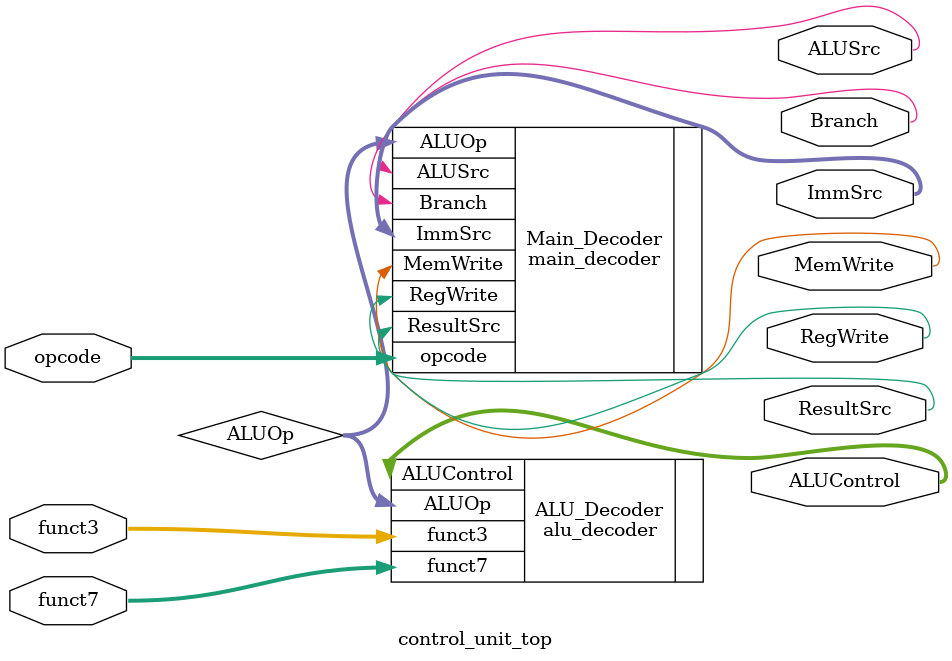
<source format=v>
`include "ALU_Decoder.v"
`include "Main_Decoder.v"

module control_unit_top(opcode, funct3, funct7, RegWrite, ImmSrc, ALUSrc, MemWrite, ResultSrc, Branch, ALUControl);
    input [6:0] opcode;
    input [2:0] funct3;
    input [6:0] funct7;
    output RegWrite, ALUSrc, MemWrite, ResultSrc, Branch;
    output [1:0] ImmSrc;
    output [2:0] ALUControl;

    wire [1:0] ALUOp;

    //instantiating the modules
    main_decoder Main_Decoder (.opcode(opcode), 
                                .RegWrite(RegWrite), 
                                .MemWrite(MemWrite), 
                                .Branch(Branch), 
                                .ALUSrc(ALUSrc), 
                                .ResultSrc(ResultSrc), 
                                .ALUOp(ALUOp), 
                                .ImmSrc(ImmSrc));

    alu_decoder ALU_Decoder (
        .ALUOp(ALUOp), 
        .funct3(funct3), 
        .funct7(funct7), 
        .ALUControl(ALUControl)
    );

endmodule
</source>
